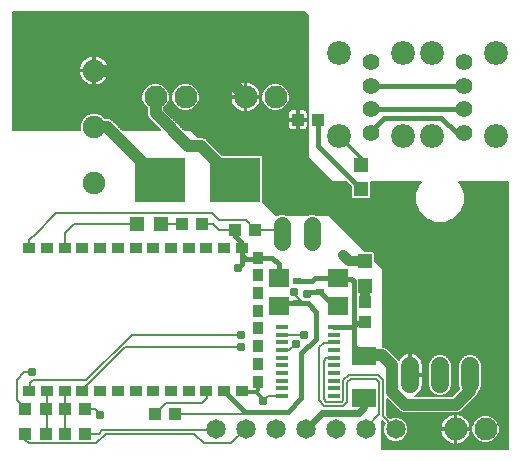
<source format=gtl>
G75*
G70*
%OFA0B0*%
%FSLAX24Y24*%
%IPPOS*%
%LPD*%
%AMOC8*
5,1,8,0,0,1.08239X$1,22.5*
%
%ADD10C,0.0760*%
%ADD11C,0.0650*%
%ADD12C,0.0600*%
%ADD13R,0.0472X0.0472*%
%ADD14R,0.0433X0.0394*%
%ADD15R,0.0394X0.0433*%
%ADD16R,0.0354X0.0394*%
%ADD17R,0.0394X0.0354*%
%ADD18C,0.0560*%
%ADD19R,0.0394X0.0118*%
%ADD20C,0.0795*%
%ADD21C,0.0560*%
%ADD22R,0.0276X0.0236*%
%ADD23R,0.0709X0.0610*%
%ADD24R,0.1669X0.1500*%
%ADD25R,0.0827X0.0591*%
%ADD26C,0.0750*%
%ADD27C,0.0060*%
%ADD28C,0.0310*%
%ADD29C,0.0120*%
%ADD30C,0.0160*%
%ADD31C,0.0320*%
%ADD32C,0.0400*%
%ADD33C,0.0240*%
D10*
X017970Y005075D03*
X018970Y005075D03*
X011970Y016155D03*
X010970Y016155D03*
X008970Y016155D03*
X007970Y016155D03*
D11*
X009970Y005075D03*
X010970Y005075D03*
X011970Y005075D03*
X012970Y005075D03*
X013970Y005075D03*
X014970Y005075D03*
X015970Y005075D03*
D12*
X016450Y006585D02*
X016450Y007185D01*
X017450Y007185D02*
X017450Y006585D01*
X018450Y006585D02*
X018450Y007185D01*
D13*
X014960Y009862D03*
X014960Y010688D03*
X014820Y013072D03*
X014820Y013898D03*
X008163Y011925D03*
X007337Y011925D03*
D14*
X014960Y009330D03*
X014960Y008660D03*
D15*
X011295Y011735D03*
X010625Y011735D03*
X009525Y011925D03*
X008855Y011925D03*
X012715Y015395D03*
X013385Y015395D03*
X008615Y005585D03*
X007945Y005585D03*
X005625Y005745D03*
X004955Y005745D03*
X004305Y005745D03*
X003635Y005745D03*
X003635Y004935D03*
X004305Y004935D03*
X004955Y004935D03*
X005625Y004935D03*
D16*
X011378Y006666D03*
X011378Y007256D03*
X011378Y007847D03*
X011378Y008438D03*
X011378Y009028D03*
X011378Y009619D03*
X011378Y010209D03*
X011378Y010800D03*
D17*
X010851Y011107D03*
X010260Y011107D03*
X009669Y011107D03*
X009079Y011107D03*
X008488Y011107D03*
X007898Y011107D03*
X007307Y011107D03*
X006717Y011107D03*
X006126Y011107D03*
X005536Y011107D03*
X004945Y011107D03*
X004354Y011107D03*
X003764Y011107D03*
X003764Y006343D03*
X004354Y006343D03*
X004945Y006343D03*
X005536Y006343D03*
X006126Y006343D03*
X006717Y006343D03*
X007307Y006343D03*
X007898Y006343D03*
X008488Y006343D03*
X009079Y006343D03*
X009669Y006343D03*
X010260Y006343D03*
X010851Y006343D03*
D18*
X012180Y011325D02*
X012180Y011885D01*
X013180Y011885D02*
X013180Y011325D01*
D19*
X013922Y008485D03*
X013922Y008229D03*
X013922Y007973D03*
X013922Y007717D03*
X013922Y007461D03*
X013922Y007205D03*
X013922Y006950D03*
X013922Y006694D03*
X013922Y006438D03*
X013922Y006182D03*
X012170Y006182D03*
X012170Y006438D03*
X012170Y006694D03*
X012170Y006950D03*
X012170Y007205D03*
X012170Y007461D03*
X012170Y007717D03*
X012170Y007973D03*
X012170Y008229D03*
X012170Y008485D03*
D20*
X014070Y014855D03*
X016210Y014855D03*
X017170Y014855D03*
X019310Y014855D03*
X019310Y017615D03*
X017170Y017615D03*
X016210Y017615D03*
X014070Y017615D03*
D21*
X015140Y017325D03*
X015140Y016535D03*
X015140Y015745D03*
X015140Y014955D03*
X018240Y014955D03*
X018240Y015745D03*
X018240Y016535D03*
X018240Y017325D03*
D22*
X012676Y010019D03*
X012676Y009271D03*
X013464Y009645D03*
D23*
X014050Y009182D03*
X014050Y010108D03*
X012070Y010108D03*
X012070Y009182D03*
D24*
X010622Y013395D03*
X008110Y013395D03*
D25*
X014920Y007534D03*
X014920Y006116D03*
D26*
X005920Y013295D03*
X005920Y015165D03*
X005920Y017035D03*
D27*
X003635Y004725D02*
X003755Y004605D01*
X005980Y004605D01*
X006310Y004935D01*
X009250Y004935D01*
X009580Y004605D01*
X010500Y004605D01*
X010970Y005075D01*
X010878Y005585D02*
X010948Y005655D01*
X010878Y005585D02*
X008615Y005585D01*
X008315Y005955D02*
X009520Y005955D01*
X009670Y006105D01*
X009670Y006343D01*
X009669Y006343D01*
X008315Y005955D02*
X007945Y005585D01*
X006130Y005565D02*
X005950Y005745D01*
X005625Y005745D01*
X005536Y006343D02*
X005650Y006458D01*
X005650Y006525D01*
X006940Y007815D01*
X010810Y007815D01*
X010810Y008235D02*
X007180Y008235D01*
X005650Y006705D01*
X003880Y006705D01*
X003790Y006615D01*
X003790Y006369D01*
X003764Y006343D01*
X003340Y006040D02*
X003340Y006735D01*
X003580Y006975D01*
X003850Y006975D01*
X004354Y006343D02*
X004354Y005745D01*
X004354Y004935D01*
X004305Y004935D01*
X004955Y004935D02*
X004955Y005745D01*
X004945Y005745D01*
X004945Y006343D01*
X004354Y005745D02*
X004305Y005745D01*
X003635Y005745D02*
X003340Y006040D01*
X003635Y004935D02*
X003635Y004725D01*
X005625Y004935D02*
X006070Y004935D01*
X006190Y005055D01*
X009970Y005055D01*
X011560Y006015D02*
X011727Y006182D01*
X012170Y006182D01*
X013420Y006045D02*
X013600Y005865D01*
X014230Y005865D01*
X014350Y005985D01*
X014350Y006645D01*
X014470Y006765D01*
X015310Y006765D01*
X015430Y006645D01*
X015430Y005595D01*
X014970Y005135D01*
X014970Y005075D01*
X015524Y005091D02*
X015555Y005091D01*
X015555Y005033D02*
X015524Y005033D01*
X015555Y004992D02*
X015618Y004840D01*
X015735Y004723D01*
X015887Y004660D01*
X016053Y004660D01*
X016205Y004723D01*
X016322Y004840D01*
X016385Y004992D01*
X016385Y005158D01*
X016322Y005310D01*
X016205Y005427D01*
X016053Y005490D01*
X015887Y005490D01*
X015780Y005445D01*
X015720Y005505D01*
X015720Y005505D01*
X015670Y005555D01*
X015670Y006085D01*
X015686Y006069D01*
X016106Y005649D01*
X016212Y005605D01*
X018038Y005605D01*
X018144Y005649D01*
X018226Y005731D01*
X018696Y006201D01*
X018740Y006307D01*
X018740Y006323D01*
X018781Y006364D01*
X018840Y006507D01*
X018840Y007263D01*
X018781Y007406D01*
X018671Y007516D01*
X018528Y007575D01*
X018372Y007575D01*
X018229Y007516D01*
X018119Y007406D01*
X018060Y007263D01*
X018060Y006507D01*
X018096Y006421D01*
X017860Y006185D01*
X016610Y006185D01*
X016615Y006187D01*
X016675Y006217D01*
X016730Y006257D01*
X016778Y006305D01*
X016818Y006360D01*
X016848Y006420D01*
X016869Y006484D01*
X016880Y006551D01*
X016880Y006855D01*
X016480Y006855D01*
X016480Y006915D01*
X016420Y006915D01*
X016420Y007615D01*
X016416Y007615D01*
X016349Y007604D01*
X016285Y007583D01*
X016225Y007553D01*
X016170Y007513D01*
X016122Y007465D01*
X016082Y007410D01*
X016076Y007399D01*
X015766Y007709D01*
X015684Y007791D01*
X015578Y007835D01*
X015537Y007835D01*
X015550Y010425D01*
X015286Y010689D01*
X015286Y010962D01*
X015233Y011015D01*
X014960Y011015D01*
X013750Y012225D01*
X013326Y012225D01*
X013254Y012255D01*
X013106Y012255D01*
X013034Y012225D01*
X012326Y012225D01*
X012254Y012255D01*
X012106Y012255D01*
X012034Y012225D01*
X011980Y012225D01*
X011546Y012659D01*
X011546Y014182D01*
X011494Y014235D01*
X010192Y014235D01*
X009728Y014699D01*
X009646Y014781D01*
X009539Y014825D01*
X009380Y014825D01*
X009160Y015045D01*
X008940Y015045D01*
X008260Y015725D01*
X008260Y015780D01*
X008368Y015889D01*
X008440Y016062D01*
X008440Y016248D01*
X008368Y016421D01*
X008236Y016553D01*
X008063Y016625D01*
X007877Y016625D01*
X007704Y016553D01*
X007572Y016421D01*
X007500Y016248D01*
X007500Y016062D01*
X007572Y015889D01*
X007680Y015780D01*
X007680Y015547D01*
X007724Y015441D01*
X007806Y015359D01*
X008120Y015045D01*
X006870Y015045D01*
X006504Y015411D01*
X006398Y015455D01*
X006288Y015455D01*
X006183Y015559D01*
X006012Y015630D01*
X005828Y015630D01*
X005657Y015559D01*
X005526Y015428D01*
X005455Y015257D01*
X005455Y015073D01*
X005466Y015045D01*
X003230Y015045D01*
X003230Y018995D01*
X012920Y018995D01*
X013060Y018855D01*
X013060Y014115D01*
X013840Y013335D01*
X014316Y013335D01*
X014494Y013157D01*
X014494Y012798D01*
X014546Y012745D01*
X015093Y012745D01*
X015146Y012798D01*
X015146Y013335D01*
X016826Y013335D01*
X016746Y013255D01*
X016620Y012950D01*
X016620Y012620D01*
X016746Y012315D01*
X016980Y012081D01*
X017285Y011955D01*
X017615Y011955D01*
X017920Y012081D01*
X018154Y012315D01*
X018280Y012620D01*
X018280Y012950D01*
X018154Y013255D01*
X018074Y013335D01*
X019710Y013335D01*
X019710Y004415D01*
X015521Y004415D01*
X015525Y005360D01*
X015550Y005335D01*
X015606Y005280D01*
X015555Y005158D01*
X015555Y004992D01*
X015563Y004974D02*
X015524Y004974D01*
X015523Y004916D02*
X015587Y004916D01*
X015611Y004857D02*
X015523Y004857D01*
X015523Y004799D02*
X015660Y004799D01*
X015718Y004740D02*
X015522Y004740D01*
X015522Y004682D02*
X015836Y004682D01*
X016104Y004682D02*
X017644Y004682D01*
X017638Y004686D02*
X017703Y004639D01*
X017774Y004602D01*
X017851Y004578D01*
X017930Y004565D01*
X017940Y004565D01*
X017940Y005045D01*
X018000Y005045D01*
X018000Y005105D01*
X018480Y005105D01*
X018480Y005115D01*
X018467Y005194D01*
X018443Y005271D01*
X018406Y005342D01*
X018359Y005407D01*
X018302Y005464D01*
X018237Y005511D01*
X018166Y005548D01*
X018089Y005572D01*
X018010Y005585D01*
X018000Y005585D01*
X018000Y005105D01*
X017940Y005105D01*
X017940Y005585D01*
X017930Y005585D01*
X017851Y005572D01*
X017774Y005548D01*
X017703Y005511D01*
X017638Y005464D01*
X017581Y005407D01*
X017534Y005342D01*
X017497Y005271D01*
X017473Y005194D01*
X017460Y005115D01*
X017460Y005105D01*
X017940Y005105D01*
X017940Y005045D01*
X017460Y005045D01*
X017460Y005035D01*
X017473Y004956D01*
X017497Y004879D01*
X017534Y004808D01*
X017581Y004743D01*
X017638Y004686D01*
X017584Y004740D02*
X016222Y004740D01*
X016280Y004799D02*
X017540Y004799D01*
X017509Y004857D02*
X016329Y004857D01*
X016353Y004916D02*
X017486Y004916D01*
X017470Y004974D02*
X016377Y004974D01*
X016385Y005033D02*
X017460Y005033D01*
X017465Y005150D02*
X016385Y005150D01*
X016385Y005091D02*
X017940Y005091D01*
X017940Y005033D02*
X018000Y005033D01*
X018000Y005045D02*
X018000Y004565D01*
X018010Y004565D01*
X018089Y004578D01*
X018166Y004602D01*
X018237Y004639D01*
X018302Y004686D01*
X018359Y004743D01*
X018406Y004808D01*
X018443Y004879D01*
X018467Y004956D01*
X018480Y005035D01*
X018480Y005045D01*
X018000Y005045D01*
X018000Y005091D02*
X018500Y005091D01*
X018500Y005033D02*
X018480Y005033D01*
X018500Y004982D02*
X018572Y004809D01*
X018704Y004677D01*
X018877Y004605D01*
X019063Y004605D01*
X019236Y004677D01*
X019368Y004809D01*
X019440Y004982D01*
X019440Y005168D01*
X019368Y005341D01*
X019236Y005473D01*
X019063Y005545D01*
X018877Y005545D01*
X018704Y005473D01*
X018572Y005341D01*
X018500Y005168D01*
X018500Y004982D01*
X018503Y004974D02*
X018470Y004974D01*
X018454Y004916D02*
X018527Y004916D01*
X018552Y004857D02*
X018431Y004857D01*
X018400Y004799D02*
X018582Y004799D01*
X018640Y004740D02*
X018356Y004740D01*
X018296Y004682D02*
X018699Y004682D01*
X018833Y004623D02*
X018206Y004623D01*
X018000Y004623D02*
X017940Y004623D01*
X017940Y004682D02*
X018000Y004682D01*
X018000Y004740D02*
X017940Y004740D01*
X017940Y004799D02*
X018000Y004799D01*
X018000Y004857D02*
X017940Y004857D01*
X017940Y004916D02*
X018000Y004916D01*
X018000Y004974D02*
X017940Y004974D01*
X017940Y005150D02*
X018000Y005150D01*
X018000Y005208D02*
X017940Y005208D01*
X017940Y005267D02*
X018000Y005267D01*
X018000Y005325D02*
X017940Y005325D01*
X017940Y005384D02*
X018000Y005384D01*
X018000Y005442D02*
X017940Y005442D01*
X017940Y005501D02*
X018000Y005501D01*
X018000Y005559D02*
X017940Y005559D01*
X017809Y005559D02*
X015670Y005559D01*
X015670Y005618D02*
X016182Y005618D01*
X016079Y005676D02*
X015670Y005676D01*
X015670Y005735D02*
X016020Y005735D01*
X015962Y005793D02*
X015670Y005793D01*
X015670Y005852D02*
X015903Y005852D01*
X015845Y005910D02*
X015670Y005910D01*
X015670Y005969D02*
X015786Y005969D01*
X015728Y006027D02*
X015670Y006027D01*
X015724Y005501D02*
X017688Y005501D01*
X017616Y005442D02*
X016168Y005442D01*
X016248Y005384D02*
X017564Y005384D01*
X017525Y005325D02*
X016307Y005325D01*
X016340Y005267D02*
X017496Y005267D01*
X017477Y005208D02*
X016364Y005208D01*
X015970Y005085D02*
X015760Y005295D01*
X015670Y005385D01*
X015550Y005505D01*
X015550Y006735D01*
X015400Y006885D01*
X014410Y006885D01*
X014230Y006705D01*
X014230Y006045D01*
X014170Y005985D01*
X013660Y005985D01*
X013570Y006075D01*
X013570Y007365D01*
X013660Y007455D01*
X013930Y007455D01*
X013928Y007455D02*
X013922Y007461D01*
X013914Y007965D02*
X013570Y007965D01*
X013420Y007815D01*
X013420Y006045D01*
X012422Y007717D02*
X012170Y007717D01*
X012422Y007717D02*
X012640Y007935D01*
X012904Y008229D02*
X012170Y008229D01*
X012904Y008229D02*
X012910Y008235D01*
X013914Y007965D02*
X013922Y007973D01*
X013044Y009271D02*
X012894Y009271D01*
X012580Y009585D01*
X012580Y009645D01*
X012180Y011605D02*
X012050Y011735D01*
X011295Y011735D01*
X010985Y012045D01*
X010090Y012045D01*
X009850Y012285D01*
X004660Y012285D01*
X003910Y011535D01*
X003880Y011505D01*
X003764Y011389D01*
X003764Y011107D01*
X004945Y011107D02*
X004945Y011610D01*
X005260Y011925D01*
X007337Y011925D01*
X008163Y011925D02*
X008855Y011925D01*
X009525Y011925D02*
X009880Y011925D01*
X010090Y011715D01*
X010605Y011715D01*
X010625Y011735D01*
X011567Y012638D02*
X016620Y012638D01*
X016620Y012696D02*
X011546Y012696D01*
X011546Y012755D02*
X014537Y012755D01*
X014494Y012813D02*
X011546Y012813D01*
X011546Y012872D02*
X014494Y012872D01*
X014494Y012930D02*
X011546Y012930D01*
X011546Y012989D02*
X014494Y012989D01*
X014494Y013047D02*
X011546Y013047D01*
X011546Y013106D02*
X014494Y013106D01*
X014487Y013164D02*
X011546Y013164D01*
X011546Y013223D02*
X014429Y013223D01*
X014370Y013281D02*
X011546Y013281D01*
X011546Y013340D02*
X013835Y013340D01*
X013777Y013398D02*
X011546Y013398D01*
X011546Y013457D02*
X013718Y013457D01*
X013660Y013515D02*
X011546Y013515D01*
X011546Y013574D02*
X013601Y013574D01*
X013543Y013632D02*
X011546Y013632D01*
X011546Y013691D02*
X013484Y013691D01*
X013426Y013749D02*
X011546Y013749D01*
X011546Y013808D02*
X013367Y013808D01*
X013309Y013866D02*
X011546Y013866D01*
X011546Y013925D02*
X013250Y013925D01*
X013192Y013983D02*
X011546Y013983D01*
X011546Y014042D02*
X013133Y014042D01*
X013075Y014100D02*
X011546Y014100D01*
X011546Y014159D02*
X013060Y014159D01*
X013060Y014217D02*
X011512Y014217D01*
X012414Y015099D02*
X012439Y015074D01*
X012468Y015057D01*
X012501Y015048D01*
X012685Y015048D01*
X012685Y015365D01*
X012389Y015365D01*
X012389Y015161D01*
X012397Y015128D01*
X012414Y015099D01*
X012419Y015095D02*
X008891Y015095D01*
X008832Y015153D02*
X012391Y015153D01*
X012389Y015212D02*
X008774Y015212D01*
X008715Y015270D02*
X012389Y015270D01*
X012389Y015329D02*
X008657Y015329D01*
X008598Y015387D02*
X012685Y015387D01*
X012685Y015365D02*
X012685Y015425D01*
X012389Y015425D01*
X012389Y015629D01*
X012397Y015662D01*
X012414Y015691D01*
X012439Y015716D01*
X012468Y015733D01*
X012501Y015742D01*
X012685Y015742D01*
X012685Y015425D01*
X012745Y015425D01*
X012745Y015742D01*
X012929Y015742D01*
X012962Y015733D01*
X012992Y015716D01*
X013016Y015691D01*
X013033Y015662D01*
X013042Y015629D01*
X013042Y015425D01*
X012745Y015425D01*
X012745Y015365D01*
X012745Y015048D01*
X012929Y015048D01*
X012962Y015057D01*
X012992Y015074D01*
X013016Y015099D01*
X013033Y015128D01*
X013042Y015161D01*
X013042Y015365D01*
X012745Y015365D01*
X012685Y015365D01*
X012685Y015329D02*
X012745Y015329D01*
X012745Y015387D02*
X013060Y015387D01*
X013060Y015329D02*
X013042Y015329D01*
X013042Y015270D02*
X013060Y015270D01*
X013060Y015212D02*
X013042Y015212D01*
X013040Y015153D02*
X013060Y015153D01*
X013060Y015095D02*
X013012Y015095D01*
X013060Y015036D02*
X009169Y015036D01*
X009227Y014978D02*
X013060Y014978D01*
X013060Y014919D02*
X009286Y014919D01*
X009344Y014861D02*
X013060Y014861D01*
X013060Y014802D02*
X009595Y014802D01*
X009683Y014744D02*
X013060Y014744D01*
X013060Y014685D02*
X009742Y014685D01*
X009800Y014627D02*
X013060Y014627D01*
X013060Y014568D02*
X009859Y014568D01*
X009917Y014510D02*
X013060Y014510D01*
X013060Y014451D02*
X009976Y014451D01*
X010034Y014393D02*
X013060Y014393D01*
X013060Y014334D02*
X010093Y014334D01*
X010151Y014276D02*
X013060Y014276D01*
X012745Y015095D02*
X012685Y015095D01*
X012685Y015153D02*
X012745Y015153D01*
X012745Y015212D02*
X012685Y015212D01*
X012685Y015270D02*
X012745Y015270D01*
X012745Y015446D02*
X012685Y015446D01*
X012685Y015504D02*
X012745Y015504D01*
X012745Y015563D02*
X012685Y015563D01*
X012685Y015621D02*
X012745Y015621D01*
X012745Y015680D02*
X012685Y015680D01*
X012685Y015738D02*
X012745Y015738D01*
X012942Y015738D02*
X013060Y015738D01*
X013060Y015680D02*
X013023Y015680D01*
X013042Y015621D02*
X013060Y015621D01*
X013060Y015563D02*
X013042Y015563D01*
X013042Y015504D02*
X013060Y015504D01*
X013060Y015446D02*
X013042Y015446D01*
X013060Y015797D02*
X012276Y015797D01*
X012236Y015757D02*
X012368Y015889D01*
X012440Y016062D01*
X012440Y016248D01*
X012368Y016421D01*
X012236Y016553D01*
X012063Y016625D01*
X011877Y016625D01*
X011704Y016553D01*
X011572Y016421D01*
X011500Y016248D01*
X011500Y016062D01*
X011572Y015889D01*
X011704Y015757D01*
X011877Y015685D01*
X012063Y015685D01*
X012236Y015757D01*
X012192Y015738D02*
X012488Y015738D01*
X012408Y015680D02*
X011157Y015680D01*
X011166Y015682D02*
X011237Y015719D01*
X011302Y015766D01*
X011359Y015823D01*
X011406Y015888D01*
X011443Y015959D01*
X011467Y016036D01*
X011480Y016115D01*
X011480Y016125D01*
X011000Y016125D01*
X011000Y016185D01*
X011480Y016185D01*
X011480Y016195D01*
X011467Y016274D01*
X011443Y016351D01*
X011406Y016422D01*
X011359Y016487D01*
X011302Y016544D01*
X011237Y016591D01*
X011166Y016628D01*
X011089Y016652D01*
X011010Y016665D01*
X011000Y016665D01*
X011000Y016185D01*
X010940Y016185D01*
X010940Y016665D01*
X010930Y016665D01*
X010851Y016652D01*
X010774Y016628D01*
X010703Y016591D01*
X010638Y016544D01*
X010581Y016487D01*
X010534Y016422D01*
X010497Y016351D01*
X010473Y016274D01*
X010460Y016195D01*
X010460Y016185D01*
X010940Y016185D01*
X010940Y016125D01*
X011000Y016125D01*
X011000Y015645D01*
X011010Y015645D01*
X011089Y015658D01*
X011166Y015682D01*
X011264Y015738D02*
X011748Y015738D01*
X011664Y015797D02*
X011333Y015797D01*
X011382Y015855D02*
X011605Y015855D01*
X011561Y015914D02*
X011419Y015914D01*
X011447Y015972D02*
X011537Y015972D01*
X011513Y016031D02*
X011466Y016031D01*
X011476Y016089D02*
X011500Y016089D01*
X011500Y016148D02*
X011000Y016148D01*
X011000Y016206D02*
X010940Y016206D01*
X010940Y016148D02*
X009440Y016148D01*
X009440Y016206D02*
X010462Y016206D01*
X010471Y016265D02*
X009433Y016265D01*
X009440Y016248D02*
X009368Y016421D01*
X009236Y016553D01*
X009063Y016625D01*
X008877Y016625D01*
X008704Y016553D01*
X008572Y016421D01*
X008500Y016248D01*
X008500Y016062D01*
X008572Y015889D01*
X008704Y015757D01*
X008877Y015685D01*
X009063Y015685D01*
X009236Y015757D01*
X009368Y015889D01*
X009440Y016062D01*
X009440Y016248D01*
X009409Y016323D02*
X010488Y016323D01*
X010513Y016382D02*
X009385Y016382D01*
X009350Y016440D02*
X010547Y016440D01*
X010592Y016499D02*
X009291Y016499D01*
X009228Y016557D02*
X010656Y016557D01*
X010751Y016616D02*
X009086Y016616D01*
X008854Y016616D02*
X008086Y016616D01*
X008228Y016557D02*
X008712Y016557D01*
X008649Y016499D02*
X008291Y016499D01*
X008350Y016440D02*
X008590Y016440D01*
X008555Y016382D02*
X008385Y016382D01*
X008409Y016323D02*
X008531Y016323D01*
X008507Y016265D02*
X008433Y016265D01*
X008440Y016206D02*
X008500Y016206D01*
X008500Y016148D02*
X008440Y016148D01*
X008440Y016089D02*
X008500Y016089D01*
X008513Y016031D02*
X008427Y016031D01*
X008403Y015972D02*
X008537Y015972D01*
X008561Y015914D02*
X008379Y015914D01*
X008335Y015855D02*
X008605Y015855D01*
X008664Y015797D02*
X008276Y015797D01*
X008260Y015738D02*
X008748Y015738D01*
X008481Y015504D02*
X012389Y015504D01*
X012389Y015446D02*
X008540Y015446D01*
X008423Y015563D02*
X012389Y015563D01*
X012389Y015621D02*
X008364Y015621D01*
X008306Y015680D02*
X010783Y015680D01*
X010774Y015682D02*
X010851Y015658D01*
X010930Y015645D01*
X010940Y015645D01*
X010940Y016125D01*
X010460Y016125D01*
X010460Y016115D01*
X010473Y016036D01*
X010497Y015959D01*
X010534Y015888D01*
X010581Y015823D01*
X010638Y015766D01*
X010703Y015719D01*
X010774Y015682D01*
X010676Y015738D02*
X009192Y015738D01*
X009276Y015797D02*
X010607Y015797D01*
X010558Y015855D02*
X009335Y015855D01*
X009379Y015914D02*
X010521Y015914D01*
X010493Y015972D02*
X009403Y015972D01*
X009427Y016031D02*
X010474Y016031D01*
X010464Y016089D02*
X009440Y016089D01*
X008070Y015095D02*
X006821Y015095D01*
X006762Y015153D02*
X008012Y015153D01*
X007953Y015212D02*
X006704Y015212D01*
X006645Y015270D02*
X007895Y015270D01*
X007836Y015329D02*
X006587Y015329D01*
X006528Y015387D02*
X007778Y015387D01*
X007722Y015446D02*
X006421Y015446D01*
X006239Y015504D02*
X007698Y015504D01*
X007680Y015563D02*
X006175Y015563D01*
X006034Y015621D02*
X007680Y015621D01*
X007680Y015680D02*
X003230Y015680D01*
X003230Y015738D02*
X007680Y015738D01*
X007664Y015797D02*
X003230Y015797D01*
X003230Y015855D02*
X007605Y015855D01*
X007561Y015914D02*
X003230Y015914D01*
X003230Y015972D02*
X007537Y015972D01*
X007513Y016031D02*
X003230Y016031D01*
X003230Y016089D02*
X007500Y016089D01*
X007500Y016148D02*
X003230Y016148D01*
X003230Y016206D02*
X007500Y016206D01*
X007507Y016265D02*
X003230Y016265D01*
X003230Y016323D02*
X007531Y016323D01*
X007555Y016382D02*
X003230Y016382D01*
X003230Y016440D02*
X007590Y016440D01*
X007649Y016499D02*
X003230Y016499D01*
X003230Y016557D02*
X005757Y016557D01*
X005726Y016567D02*
X005802Y016542D01*
X005880Y016530D01*
X005890Y016530D01*
X005890Y017005D01*
X005950Y017005D01*
X005950Y017065D01*
X006425Y017065D01*
X006425Y017075D01*
X006413Y017153D01*
X006388Y017229D01*
X006352Y017300D01*
X006305Y017364D01*
X006249Y017420D01*
X006185Y017467D01*
X006114Y017503D01*
X006038Y017528D01*
X005960Y017540D01*
X005950Y017540D01*
X005950Y017065D01*
X005890Y017065D01*
X005890Y017540D01*
X005880Y017540D01*
X005802Y017528D01*
X005726Y017503D01*
X005655Y017467D01*
X005591Y017420D01*
X005535Y017364D01*
X005488Y017300D01*
X005452Y017229D01*
X005427Y017153D01*
X005415Y017075D01*
X005415Y017065D01*
X005890Y017065D01*
X005890Y017005D01*
X005415Y017005D01*
X005415Y016995D01*
X005427Y016917D01*
X005452Y016841D01*
X005488Y016770D01*
X005535Y016706D01*
X005591Y016650D01*
X005655Y016603D01*
X005726Y016567D01*
X005638Y016616D02*
X003230Y016616D01*
X003230Y016674D02*
X005567Y016674D01*
X005516Y016733D02*
X003230Y016733D01*
X003230Y016791D02*
X005478Y016791D01*
X005449Y016850D02*
X003230Y016850D01*
X003230Y016908D02*
X005430Y016908D01*
X005420Y016967D02*
X003230Y016967D01*
X003230Y017025D02*
X005890Y017025D01*
X005890Y016967D02*
X005950Y016967D01*
X005950Y017005D02*
X005950Y016530D01*
X005960Y016530D01*
X006038Y016542D01*
X006114Y016567D01*
X006185Y016603D01*
X006249Y016650D01*
X006305Y016706D01*
X006352Y016770D01*
X006388Y016841D01*
X006413Y016917D01*
X006425Y016995D01*
X006425Y017005D01*
X005950Y017005D01*
X005950Y017025D02*
X013060Y017025D01*
X013060Y016967D02*
X006420Y016967D01*
X006410Y016908D02*
X013060Y016908D01*
X013060Y016850D02*
X006391Y016850D01*
X006362Y016791D02*
X013060Y016791D01*
X013060Y016733D02*
X006324Y016733D01*
X006273Y016674D02*
X013060Y016674D01*
X013060Y016616D02*
X012086Y016616D01*
X012228Y016557D02*
X013060Y016557D01*
X013060Y016499D02*
X012291Y016499D01*
X012350Y016440D02*
X013060Y016440D01*
X013060Y016382D02*
X012385Y016382D01*
X012409Y016323D02*
X013060Y016323D01*
X013060Y016265D02*
X012433Y016265D01*
X012440Y016206D02*
X013060Y016206D01*
X013060Y016148D02*
X012440Y016148D01*
X012440Y016089D02*
X013060Y016089D01*
X013060Y016031D02*
X012427Y016031D01*
X012403Y015972D02*
X013060Y015972D01*
X013060Y015914D02*
X012379Y015914D01*
X012335Y015855D02*
X013060Y015855D01*
X013060Y017084D02*
X006424Y017084D01*
X006414Y017142D02*
X013060Y017142D01*
X013060Y017201D02*
X006397Y017201D01*
X006373Y017259D02*
X013060Y017259D01*
X013060Y017318D02*
X006339Y017318D01*
X006293Y017376D02*
X013060Y017376D01*
X013060Y017435D02*
X006229Y017435D01*
X006133Y017493D02*
X013060Y017493D01*
X013060Y017552D02*
X003230Y017552D01*
X003230Y017610D02*
X013060Y017610D01*
X013060Y017669D02*
X003230Y017669D01*
X003230Y017727D02*
X013060Y017727D01*
X013060Y017786D02*
X003230Y017786D01*
X003230Y017844D02*
X013060Y017844D01*
X013060Y017903D02*
X003230Y017903D01*
X003230Y017961D02*
X013060Y017961D01*
X013060Y018020D02*
X003230Y018020D01*
X003230Y018078D02*
X013060Y018078D01*
X013060Y018137D02*
X003230Y018137D01*
X003230Y018195D02*
X013060Y018195D01*
X013060Y018254D02*
X003230Y018254D01*
X003230Y018312D02*
X013060Y018312D01*
X013060Y018371D02*
X003230Y018371D01*
X003230Y018429D02*
X013060Y018429D01*
X013060Y018488D02*
X003230Y018488D01*
X003230Y018546D02*
X013060Y018546D01*
X013060Y018605D02*
X003230Y018605D01*
X003230Y018663D02*
X013060Y018663D01*
X013060Y018722D02*
X003230Y018722D01*
X003230Y018780D02*
X013060Y018780D01*
X013060Y018839D02*
X003230Y018839D01*
X003230Y018897D02*
X013018Y018897D01*
X012959Y018956D02*
X003230Y018956D01*
X003230Y017493D02*
X005707Y017493D01*
X005611Y017435D02*
X003230Y017435D01*
X003230Y017376D02*
X005547Y017376D01*
X005501Y017318D02*
X003230Y017318D01*
X003230Y017259D02*
X005467Y017259D01*
X005443Y017201D02*
X003230Y017201D01*
X003230Y017142D02*
X005426Y017142D01*
X005416Y017084D02*
X003230Y017084D01*
X003230Y015621D02*
X005806Y015621D01*
X005665Y015563D02*
X003230Y015563D01*
X003230Y015504D02*
X005601Y015504D01*
X005543Y015446D02*
X003230Y015446D01*
X003230Y015387D02*
X005509Y015387D01*
X005484Y015329D02*
X003230Y015329D01*
X003230Y015270D02*
X005460Y015270D01*
X005455Y015212D02*
X003230Y015212D01*
X003230Y015153D02*
X005455Y015153D01*
X005455Y015095D02*
X003230Y015095D01*
X005890Y016557D02*
X005950Y016557D01*
X005950Y016616D02*
X005890Y016616D01*
X005890Y016674D02*
X005950Y016674D01*
X005950Y016733D02*
X005890Y016733D01*
X005890Y016791D02*
X005950Y016791D01*
X005950Y016850D02*
X005890Y016850D01*
X005890Y016908D02*
X005950Y016908D01*
X005950Y017084D02*
X005890Y017084D01*
X005890Y017142D02*
X005950Y017142D01*
X005950Y017201D02*
X005890Y017201D01*
X005890Y017259D02*
X005950Y017259D01*
X005950Y017318D02*
X005890Y017318D01*
X005890Y017376D02*
X005950Y017376D01*
X005950Y017435D02*
X005890Y017435D01*
X005890Y017493D02*
X005950Y017493D01*
X006202Y016616D02*
X007854Y016616D01*
X007712Y016557D02*
X006083Y016557D01*
X010940Y016557D02*
X011000Y016557D01*
X011000Y016499D02*
X010940Y016499D01*
X010940Y016440D02*
X011000Y016440D01*
X011000Y016382D02*
X010940Y016382D01*
X010940Y016323D02*
X011000Y016323D01*
X011000Y016265D02*
X010940Y016265D01*
X010940Y016089D02*
X011000Y016089D01*
X011000Y016031D02*
X010940Y016031D01*
X010940Y015972D02*
X011000Y015972D01*
X011000Y015914D02*
X010940Y015914D01*
X010940Y015855D02*
X011000Y015855D01*
X011000Y015797D02*
X010940Y015797D01*
X010940Y015738D02*
X011000Y015738D01*
X011000Y015680D02*
X010940Y015680D01*
X011478Y016206D02*
X011500Y016206D01*
X011507Y016265D02*
X011469Y016265D01*
X011452Y016323D02*
X011531Y016323D01*
X011555Y016382D02*
X011427Y016382D01*
X011393Y016440D02*
X011590Y016440D01*
X011649Y016499D02*
X011348Y016499D01*
X011284Y016557D02*
X011712Y016557D01*
X011854Y016616D02*
X011189Y016616D01*
X011000Y016616D02*
X010940Y016616D01*
X015146Y013281D02*
X016772Y013281D01*
X016733Y013223D02*
X015146Y013223D01*
X015146Y013164D02*
X016709Y013164D01*
X016684Y013106D02*
X015146Y013106D01*
X015146Y013047D02*
X016660Y013047D01*
X016636Y012989D02*
X015146Y012989D01*
X015146Y012930D02*
X016620Y012930D01*
X016620Y012872D02*
X015146Y012872D01*
X015146Y012813D02*
X016620Y012813D01*
X016620Y012755D02*
X015103Y012755D01*
X014098Y011877D02*
X019710Y011877D01*
X019710Y011819D02*
X014156Y011819D01*
X014215Y011760D02*
X019710Y011760D01*
X019710Y011702D02*
X014273Y011702D01*
X014332Y011643D02*
X019710Y011643D01*
X019710Y011585D02*
X014390Y011585D01*
X014449Y011526D02*
X019710Y011526D01*
X019710Y011468D02*
X014507Y011468D01*
X014566Y011409D02*
X019710Y011409D01*
X019710Y011351D02*
X014624Y011351D01*
X014683Y011292D02*
X019710Y011292D01*
X019710Y011234D02*
X014741Y011234D01*
X014800Y011175D02*
X019710Y011175D01*
X019710Y011117D02*
X014858Y011117D01*
X014917Y011058D02*
X019710Y011058D01*
X019710Y011000D02*
X015249Y011000D01*
X015286Y010941D02*
X019710Y010941D01*
X019710Y010883D02*
X015286Y010883D01*
X015286Y010824D02*
X019710Y010824D01*
X019710Y010766D02*
X015286Y010766D01*
X015286Y010707D02*
X019710Y010707D01*
X019710Y010649D02*
X015326Y010649D01*
X015385Y010590D02*
X019710Y010590D01*
X019710Y010532D02*
X015443Y010532D01*
X015502Y010473D02*
X019710Y010473D01*
X019710Y010415D02*
X015550Y010415D01*
X015550Y010356D02*
X019710Y010356D01*
X019710Y010298D02*
X015549Y010298D01*
X015549Y010239D02*
X019710Y010239D01*
X019710Y010181D02*
X015549Y010181D01*
X015549Y010122D02*
X019710Y010122D01*
X019710Y010064D02*
X015548Y010064D01*
X015548Y010005D02*
X019710Y010005D01*
X019710Y009947D02*
X015548Y009947D01*
X015547Y009888D02*
X019710Y009888D01*
X019710Y009830D02*
X015547Y009830D01*
X015547Y009771D02*
X019710Y009771D01*
X019710Y009713D02*
X015547Y009713D01*
X015546Y009654D02*
X019710Y009654D01*
X019710Y009596D02*
X015546Y009596D01*
X015546Y009537D02*
X019710Y009537D01*
X019710Y009479D02*
X015545Y009479D01*
X015545Y009420D02*
X019710Y009420D01*
X019710Y009362D02*
X015545Y009362D01*
X015545Y009303D02*
X019710Y009303D01*
X019710Y009245D02*
X015544Y009245D01*
X015544Y009186D02*
X019710Y009186D01*
X019710Y009128D02*
X015544Y009128D01*
X015543Y009069D02*
X019710Y009069D01*
X019710Y009011D02*
X015543Y009011D01*
X015543Y008952D02*
X019710Y008952D01*
X019710Y008894D02*
X015543Y008894D01*
X015542Y008835D02*
X019710Y008835D01*
X019710Y008777D02*
X015542Y008777D01*
X015542Y008718D02*
X019710Y008718D01*
X019710Y008660D02*
X015541Y008660D01*
X015541Y008601D02*
X019710Y008601D01*
X019710Y008543D02*
X015541Y008543D01*
X015541Y008484D02*
X019710Y008484D01*
X019710Y008426D02*
X015540Y008426D01*
X015540Y008367D02*
X019710Y008367D01*
X019710Y008309D02*
X015540Y008309D01*
X015539Y008250D02*
X019710Y008250D01*
X019710Y008192D02*
X015539Y008192D01*
X015539Y008133D02*
X019710Y008133D01*
X019710Y008075D02*
X015539Y008075D01*
X015538Y008016D02*
X019710Y008016D01*
X019710Y007958D02*
X015538Y007958D01*
X015538Y007899D02*
X019710Y007899D01*
X019710Y007841D02*
X015537Y007841D01*
X015693Y007782D02*
X019710Y007782D01*
X019710Y007724D02*
X015752Y007724D01*
X015766Y007709D02*
X015766Y007709D01*
X015810Y007665D02*
X019710Y007665D01*
X019710Y007607D02*
X016537Y007607D01*
X016551Y007604D02*
X016484Y007615D01*
X016480Y007615D01*
X016480Y006915D01*
X016880Y006915D01*
X016880Y007219D01*
X016869Y007286D01*
X016848Y007350D01*
X016818Y007410D01*
X016778Y007465D01*
X016730Y007513D01*
X016675Y007553D01*
X016615Y007583D01*
X016551Y007604D01*
X016480Y007607D02*
X016420Y007607D01*
X016363Y007607D02*
X015869Y007607D01*
X015927Y007548D02*
X016218Y007548D01*
X016146Y007490D02*
X015986Y007490D01*
X016044Y007431D02*
X016097Y007431D01*
X016420Y007431D02*
X016480Y007431D01*
X016480Y007373D02*
X016420Y007373D01*
X016420Y007314D02*
X016480Y007314D01*
X016480Y007256D02*
X016420Y007256D01*
X016420Y007197D02*
X016480Y007197D01*
X016480Y007139D02*
X016420Y007139D01*
X016420Y007080D02*
X016480Y007080D01*
X016480Y007022D02*
X016420Y007022D01*
X016420Y006963D02*
X016480Y006963D01*
X016480Y006905D02*
X017060Y006905D01*
X017060Y006963D02*
X016880Y006963D01*
X016880Y007022D02*
X017060Y007022D01*
X017060Y007080D02*
X016880Y007080D01*
X016880Y007139D02*
X017060Y007139D01*
X017060Y007197D02*
X016880Y007197D01*
X016874Y007256D02*
X017060Y007256D01*
X017060Y007263D02*
X017119Y007406D01*
X017229Y007516D01*
X017372Y007575D01*
X017528Y007575D01*
X017671Y007516D01*
X017781Y007406D01*
X017840Y007263D01*
X017840Y006507D01*
X017781Y006364D01*
X017671Y006254D01*
X017528Y006195D01*
X017372Y006195D01*
X017229Y006254D01*
X017119Y006364D01*
X017060Y006507D01*
X017060Y007263D01*
X017081Y007314D02*
X016860Y007314D01*
X016837Y007373D02*
X017106Y007373D01*
X017144Y007431D02*
X016803Y007431D01*
X016754Y007490D02*
X017203Y007490D01*
X017307Y007548D02*
X016682Y007548D01*
X016480Y007548D02*
X016420Y007548D01*
X016420Y007490D02*
X016480Y007490D01*
X016880Y006846D02*
X017060Y006846D01*
X017060Y006788D02*
X016880Y006788D01*
X016880Y006729D02*
X017060Y006729D01*
X017060Y006671D02*
X016880Y006671D01*
X016880Y006612D02*
X017060Y006612D01*
X017060Y006554D02*
X016880Y006554D01*
X016871Y006495D02*
X017065Y006495D01*
X017089Y006437D02*
X016854Y006437D01*
X016827Y006378D02*
X017114Y006378D01*
X017164Y006320D02*
X016789Y006320D01*
X016734Y006261D02*
X017222Y006261D01*
X017354Y006203D02*
X016646Y006203D01*
X017546Y006203D02*
X017877Y006203D01*
X017936Y006261D02*
X017678Y006261D01*
X017736Y006320D02*
X017994Y006320D01*
X018053Y006378D02*
X017786Y006378D01*
X017811Y006437D02*
X018089Y006437D01*
X018065Y006495D02*
X017835Y006495D01*
X017840Y006554D02*
X018060Y006554D01*
X018060Y006612D02*
X017840Y006612D01*
X017840Y006671D02*
X018060Y006671D01*
X018060Y006729D02*
X017840Y006729D01*
X017840Y006788D02*
X018060Y006788D01*
X018060Y006846D02*
X017840Y006846D01*
X017840Y006905D02*
X018060Y006905D01*
X018060Y006963D02*
X017840Y006963D01*
X017840Y007022D02*
X018060Y007022D01*
X018060Y007080D02*
X017840Y007080D01*
X017840Y007139D02*
X018060Y007139D01*
X018060Y007197D02*
X017840Y007197D01*
X017840Y007256D02*
X018060Y007256D01*
X018081Y007314D02*
X017819Y007314D01*
X017794Y007373D02*
X018106Y007373D01*
X018144Y007431D02*
X017756Y007431D01*
X017697Y007490D02*
X018203Y007490D01*
X018307Y007548D02*
X017593Y007548D01*
X018593Y007548D02*
X019710Y007548D01*
X019710Y007490D02*
X018697Y007490D01*
X018756Y007431D02*
X019710Y007431D01*
X019710Y007373D02*
X018794Y007373D01*
X018819Y007314D02*
X019710Y007314D01*
X019710Y007256D02*
X018840Y007256D01*
X018840Y007197D02*
X019710Y007197D01*
X019710Y007139D02*
X018840Y007139D01*
X018840Y007080D02*
X019710Y007080D01*
X019710Y007022D02*
X018840Y007022D01*
X018840Y006963D02*
X019710Y006963D01*
X019710Y006905D02*
X018840Y006905D01*
X018840Y006846D02*
X019710Y006846D01*
X019710Y006788D02*
X018840Y006788D01*
X018840Y006729D02*
X019710Y006729D01*
X019710Y006671D02*
X018840Y006671D01*
X018840Y006612D02*
X019710Y006612D01*
X019710Y006554D02*
X018840Y006554D01*
X018835Y006495D02*
X019710Y006495D01*
X019710Y006437D02*
X018811Y006437D01*
X018786Y006378D02*
X019710Y006378D01*
X019710Y006320D02*
X018740Y006320D01*
X018721Y006261D02*
X019710Y006261D01*
X019710Y006203D02*
X018697Y006203D01*
X018639Y006144D02*
X019710Y006144D01*
X019710Y006086D02*
X018581Y006086D01*
X018522Y006027D02*
X019710Y006027D01*
X019710Y005969D02*
X018464Y005969D01*
X018405Y005910D02*
X019710Y005910D01*
X019710Y005852D02*
X018347Y005852D01*
X018288Y005793D02*
X019710Y005793D01*
X019710Y005735D02*
X018230Y005735D01*
X018226Y005731D02*
X018226Y005731D01*
X018171Y005676D02*
X019710Y005676D01*
X019710Y005618D02*
X018068Y005618D01*
X018131Y005559D02*
X019710Y005559D01*
X019710Y005501D02*
X019171Y005501D01*
X019268Y005442D02*
X019710Y005442D01*
X019710Y005384D02*
X019326Y005384D01*
X019375Y005325D02*
X019710Y005325D01*
X019710Y005267D02*
X019399Y005267D01*
X019424Y005208D02*
X019710Y005208D01*
X019710Y005150D02*
X019440Y005150D01*
X019440Y005091D02*
X019710Y005091D01*
X019710Y005033D02*
X019440Y005033D01*
X019437Y004974D02*
X019710Y004974D01*
X019710Y004916D02*
X019413Y004916D01*
X019388Y004857D02*
X019710Y004857D01*
X019710Y004799D02*
X019358Y004799D01*
X019300Y004740D02*
X019710Y004740D01*
X019710Y004682D02*
X019241Y004682D01*
X019107Y004623D02*
X019710Y004623D01*
X019710Y004565D02*
X015522Y004565D01*
X015522Y004623D02*
X017734Y004623D01*
X018475Y005150D02*
X018500Y005150D01*
X018516Y005208D02*
X018463Y005208D01*
X018444Y005267D02*
X018541Y005267D01*
X018565Y005325D02*
X018415Y005325D01*
X018376Y005384D02*
X018614Y005384D01*
X018672Y005442D02*
X018324Y005442D01*
X018252Y005501D02*
X018769Y005501D01*
X019710Y004506D02*
X015521Y004506D01*
X015521Y004448D02*
X019710Y004448D01*
X015600Y005267D02*
X015525Y005267D01*
X015525Y005325D02*
X015560Y005325D01*
X015550Y005335D02*
X015550Y005335D01*
X015525Y005208D02*
X015576Y005208D01*
X015555Y005150D02*
X015524Y005150D01*
X014039Y011936D02*
X019710Y011936D01*
X019710Y011994D02*
X017709Y011994D01*
X017851Y012053D02*
X019710Y012053D01*
X019710Y012111D02*
X017950Y012111D01*
X018008Y012170D02*
X019710Y012170D01*
X019710Y012228D02*
X018067Y012228D01*
X018125Y012287D02*
X019710Y012287D01*
X019710Y012345D02*
X018166Y012345D01*
X018190Y012404D02*
X019710Y012404D01*
X019710Y012462D02*
X018215Y012462D01*
X018239Y012521D02*
X019710Y012521D01*
X019710Y012579D02*
X018263Y012579D01*
X018280Y012638D02*
X019710Y012638D01*
X019710Y012696D02*
X018280Y012696D01*
X018280Y012755D02*
X019710Y012755D01*
X019710Y012813D02*
X018280Y012813D01*
X018280Y012872D02*
X019710Y012872D01*
X019710Y012930D02*
X018280Y012930D01*
X018264Y012989D02*
X019710Y012989D01*
X019710Y013047D02*
X018240Y013047D01*
X018216Y013106D02*
X019710Y013106D01*
X019710Y013164D02*
X018191Y013164D01*
X018167Y013223D02*
X019710Y013223D01*
X019710Y013281D02*
X018128Y013281D01*
X016661Y012521D02*
X011684Y012521D01*
X011626Y012579D02*
X016637Y012579D01*
X016685Y012462D02*
X011743Y012462D01*
X011801Y012404D02*
X016710Y012404D01*
X016734Y012345D02*
X011860Y012345D01*
X011918Y012287D02*
X016775Y012287D01*
X016833Y012228D02*
X013319Y012228D01*
X013041Y012228D02*
X012319Y012228D01*
X012041Y012228D02*
X011977Y012228D01*
X013805Y012170D02*
X016892Y012170D01*
X016950Y012111D02*
X013864Y012111D01*
X013922Y012053D02*
X017049Y012053D01*
X017191Y011994D02*
X013981Y011994D01*
D28*
X014230Y010875D03*
X013030Y009585D03*
X012580Y009645D03*
X012910Y008235D03*
X012640Y007935D03*
X010810Y007815D03*
X010810Y008235D03*
X010720Y010455D03*
X011560Y006015D03*
X006130Y005565D03*
X003850Y006975D03*
D29*
X010851Y006343D02*
X010879Y006315D01*
X011320Y006315D01*
X011560Y006075D01*
X011560Y006015D01*
X011320Y006315D02*
X011378Y006373D01*
X011378Y006666D01*
X014590Y008475D02*
X014775Y008660D01*
X014960Y008660D01*
X014820Y013072D02*
X014267Y013625D01*
X014820Y013898D02*
X014820Y014105D01*
X014070Y014855D01*
D30*
X013385Y014507D02*
X014820Y013072D01*
X013385Y014507D02*
X013385Y015395D01*
X015140Y015745D02*
X018240Y015745D01*
X017500Y015465D02*
X018010Y014955D01*
X017500Y015465D02*
X015580Y015465D01*
X015140Y015025D01*
X015140Y014955D01*
X015140Y016535D02*
X018240Y016535D01*
X012070Y010575D02*
X011860Y010785D01*
X011393Y010785D01*
X011378Y010800D01*
X011333Y010755D01*
X010990Y010755D01*
X010851Y010894D01*
X010851Y011107D01*
X010810Y011147D01*
X010810Y011325D01*
X010625Y011510D01*
X010625Y011735D01*
X010851Y011107D02*
X010851Y010586D01*
X010720Y010455D01*
X012070Y010575D02*
X012070Y010108D01*
X012676Y010019D02*
X013194Y010019D01*
X013283Y010108D01*
X014050Y010108D01*
X014063Y010095D01*
X014500Y010095D01*
X014590Y010005D01*
X014590Y008565D01*
X014590Y008475D01*
X014590Y007864D01*
X014920Y007534D01*
X014510Y008485D02*
X013922Y008485D01*
X014510Y008485D02*
X014590Y008565D01*
X014050Y009182D02*
X013926Y009182D01*
X013464Y009645D01*
X013090Y009645D01*
X013030Y009585D01*
X013044Y009271D02*
X013315Y009000D01*
X013315Y008100D01*
X012820Y007605D01*
X012820Y006105D01*
X012370Y005655D01*
X010948Y005655D01*
X010260Y006343D01*
X012070Y009182D02*
X012159Y009271D01*
X012676Y009271D01*
X013044Y009271D01*
D31*
X014417Y010688D02*
X014230Y010875D01*
X014417Y010688D02*
X014960Y010688D01*
X014960Y009862D02*
X014960Y009330D01*
D32*
X014931Y007545D02*
X014920Y007534D01*
X014931Y007545D02*
X015520Y007545D01*
X015850Y007215D01*
X015850Y006315D01*
X016270Y005895D01*
X017980Y005895D01*
X018450Y006365D01*
X018450Y006885D01*
X010622Y013395D02*
X009482Y014535D01*
X009040Y014535D01*
X007970Y015605D01*
X007970Y016155D01*
X006340Y015165D02*
X008110Y013395D01*
X006340Y015165D02*
X005920Y015165D01*
X005920Y017035D02*
X010090Y017035D01*
X010970Y016155D01*
D33*
X014920Y006116D02*
X014920Y005805D01*
X014740Y005625D01*
X013520Y005625D01*
X012970Y005075D01*
M02*

</source>
